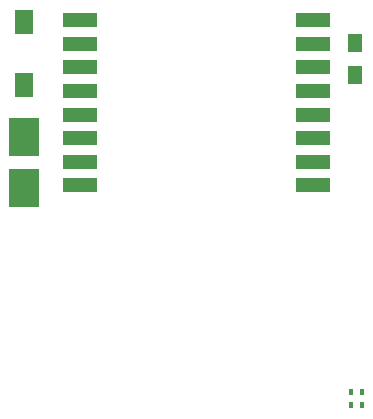
<source format=gtp>
G04 #@! TF.GenerationSoftware,KiCad,Pcbnew,no-vcs-found-44b118f~58~ubuntu16.04.1*
G04 #@! TF.CreationDate,2017-06-12T14:53:59+03:00*
G04 #@! TF.ProjectId,led_strip_actuator_node,6C65645F73747269705F616374756174,rev?*
G04 #@! TF.FileFunction,Paste,Top*
G04 #@! TF.FilePolarity,Positive*
%FSLAX46Y46*%
G04 Gerber Fmt 4.6, Leading zero omitted, Abs format (unit mm)*
G04 Created by KiCad (PCBNEW no-vcs-found-44b118f~58~ubuntu16.04.1) date Mon Jun 12 14:53:59 2017*
%MOMM*%
%LPD*%
G01*
G04 APERTURE LIST*
%ADD10C,0.100000*%
%ADD11R,1.600000X2.000000*%
%ADD12R,2.500000X3.200000*%
%ADD13R,1.300000X1.500000*%
%ADD14R,3.000000X1.200000*%
%ADD15R,0.400000X0.600000*%
G04 APERTURE END LIST*
D10*
D11*
X114800000Y-59300000D03*
X114800000Y-64700000D03*
D12*
X114800000Y-69050000D03*
X114800000Y-73350000D03*
D13*
X142850000Y-61150000D03*
X142850000Y-63850000D03*
D14*
X139265935Y-59168221D03*
X139265935Y-61168221D03*
X139265935Y-63168221D03*
X139265935Y-65168221D03*
X139265935Y-67168221D03*
X139265935Y-69168221D03*
X139265935Y-71168221D03*
X139265935Y-73168221D03*
X119565935Y-73168221D03*
X119565935Y-71168221D03*
X119565935Y-69168221D03*
X119565935Y-67168221D03*
X119565935Y-65168221D03*
X119565935Y-63168221D03*
X119565935Y-61168221D03*
X119565935Y-59168221D03*
D15*
X143450000Y-90700000D03*
X142550000Y-90700000D03*
X143450000Y-91800000D03*
X142550000Y-91800000D03*
M02*

</source>
